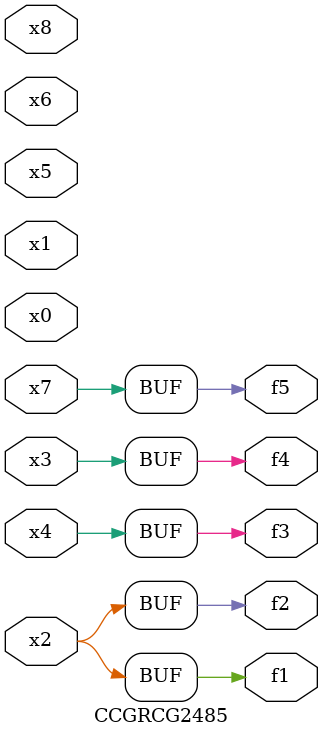
<source format=v>
module CCGRCG2485(
	input x0, x1, x2, x3, x4, x5, x6, x7, x8,
	output f1, f2, f3, f4, f5
);
	assign f1 = x2;
	assign f2 = x2;
	assign f3 = x4;
	assign f4 = x3;
	assign f5 = x7;
endmodule

</source>
